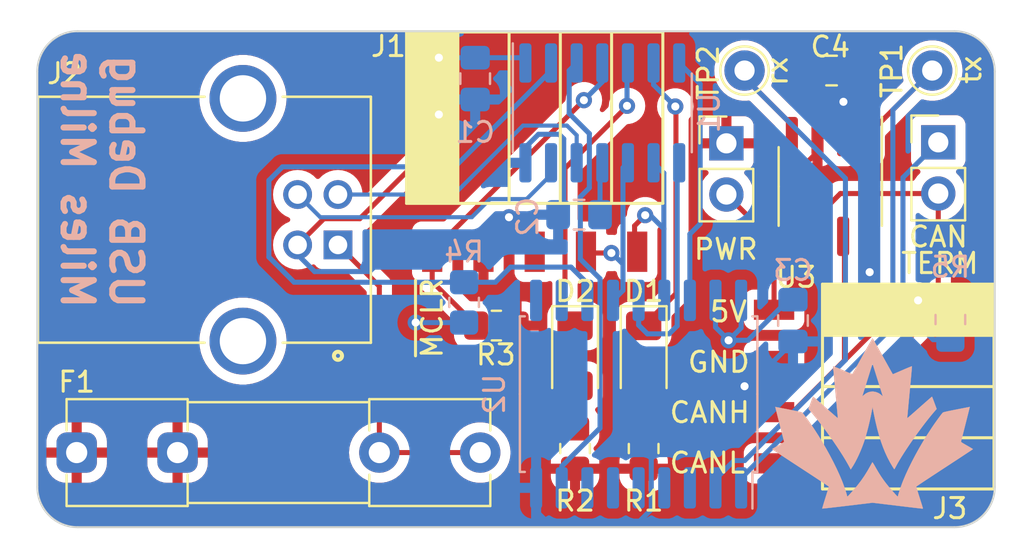
<source format=kicad_pcb>
(kicad_pcb (version 20221018) (generator pcbnew)
  (layers (0 "F.Cu" signal) (31 "B.Cu" signal) (34 "B.Paste" user) (35 "F.Paste" user) (36 "B.SilkS" user "B.Silkscreen") (37 "F.SilkS" user "F.Silkscreen") (38 "B.Mask" user) (39 "F.Mask" user) (44 "Edge.Cuts" user))
  (net 0 "")
  (net 1 "+5V")
  (net 2 "GND")
  (net 3 "Net-(U1-VUSB3V3)")
  (net 4 "Net-(D1-K)")
  (net 5 "Net-(D1-A)")
  (net 6 "Net-(D2-K)")
  (net 7 "Net-(D2-A)")
  (net 8 "Net-(J2-VBUS)")
  (net 9 "/~{MCLR}")
  (net 10 "/ICSPDAT")
  (net 11 "/ICSPCLK")
  (net 12 "/USB_D-")
  (net 13 "/USB_D+")
  (net 14 "Net-(J3-Pin_1)")
  (net 15 "Net-(J3-Pin_3)")
  (net 16 "Net-(J3-Pin_4)")
  (net 17 "Net-(JP1-A)")
  (net 18 "/CAN_INT")
  (net 19 "Net-(U2-TXCAN)")
  (net 20 "Net-(U2-RXCAN)")
  (net 21 "/CLKOUT")
  (net 22 "/CS")
  (net 23 "/MOSI")
  (footprint "TestPoint:TestPoint_THTPad_D2.0mm_Drill1.0mm" (layer "F.Cu") (at 144.4 76.25 -90)
    (fp_text reference "TP2" (at 0.1 1.8 90) (layer "F.SilkS"))
    (fp_text value "TestPoint")
    (pad "1" thru_hole circle (at 0 0 270) (size 2 2) (drill 1) (layers "*.Cu" "*.Mask") (net 20 "Net-(U2-RXCAN)"))
  )
  (footprint "Capacitor_SMD:C_0805_2012Metric_Pad1.18x1.45mm_HandSolder" (layer "F.Cu") (at 148.7125 76.25)
    (fp_text reference "C4" hide)
    (fp_text value "10u")
    (pad "1" smd roundrect (at -1.0375 0) (size 1.175 1.45) (layers "F.Cu" "F.Paste" "F.Mask") (roundrect_rratio 0.212766) (net 1 "+5V"))
    (pad "2" smd roundrect (at 1.0375 0) (size 1.175 1.45) (layers "F.Cu" "F.Paste" "F.Mask") (roundrect_rratio 0.212766) (net 2 "GND"))
  )
  (footprint "canhw_footprints:PinSocket_4x2.54_SMD_90deg_952-3198-1-ND" (layer "F.Cu") (at 145.8625 88.115 -90)
    (fp_text reference "J3" (at 9.86 -8.7125 -180) (layer "F.SilkS"))
    (fp_text value "BUS CONN")
    (pad "1" smd rect (at 0 0 270) (size 1 2) (layers "F.Cu" "F.Paste" "F.Mask") (net 14 "Net-(J3-Pin_1)"))
    (pad "2" smd rect (at 2.54 0 270) (size 1 2) (layers "F.Cu" "F.Paste" "F.Mask") (net 2 "GND"))
    (pad "3" smd rect (at 5.08 0 270) (size 1 2) (layers "F.Cu" "F.Paste" "F.Mask") (net 15 "Net-(J3-Pin_3)"))
    (pad "4" smd rect (at 7.62 0 270) (size 1 2) (layers "F.Cu" "F.Paste" "F.Mask") (net 16 "Net-(J3-Pin_4)"))
  )
  (footprint "Resistor_SMD:R_0805_2012Metric_Pad1.20x1.40mm_HandSolder" (layer "F.Cu") (at 139.4 95 -90)
    (fp_text reference "R1" (at 2.6 0) (layer "F.SilkS"))
    (fp_text value "330R")
    (pad "1" smd roundrect (at -1 0 270) (size 1.2 1.4) (layers "F.Cu" "F.Paste" "F.Mask") (roundrect_rratio 0.208333) (net 5 "Net-(D1-A)"))
    (pad "2" smd roundrect (at 1 0 270) (size 1.2 1.4) (layers "F.Cu" "F.Paste" "F.Mask") (roundrect_rratio 0.208333) (net 1 "+5V"))
  )
  (footprint "TestPoint:TestPoint_THTPad_D2.0mm_Drill1.0mm" (layer "F.Cu") (at 153.7 76.25 90)
    (fp_text reference "TP1" (at 0 -2 270) (layer "F.SilkS"))
    (fp_text value "TestPoint")
    (pad "1" thru_hole circle (at 0 0 90) (size 2 2) (drill 1) (layers "*.Cu" "*.Mask") (net 19 "Net-(U2-TXCAN)"))
  )
  (footprint "LED_SMD:LED_1206_3216Metric_Pad1.42x1.75mm_HandSolder" (layer "F.Cu") (at 139.4 90.4 -90)
    (fp_text reference "D1" (at -3.2 0) (layer "F.SilkS"))
    (fp_text value "GREEN")
    (pad "1" smd roundrect (at -1.4875 0 270) (size 1.425 1.75) (layers "F.Cu" "F.Paste" "F.Mask") (roundrect_rratio 0.175439) (net 4 "Net-(D1-K)"))
    (pad "2" smd roundrect (at 1.4875 0 270) (size 1.425 1.75) (layers "F.Cu" "F.Paste" "F.Mask") (roundrect_rratio 0.175439) (net 5 "Net-(D1-A)"))
  )
  (footprint "LED_SMD:LED_1206_3216Metric_Pad1.42x1.75mm_HandSolder" (layer "F.Cu") (at 136 90.4 -90)
    (fp_text reference "D2" (at -3.2 0) (layer "F.SilkS"))
    (fp_text value "RED")
    (pad "1" smd roundrect (at -1.4875 0 270) (size 1.425 1.75) (layers "F.Cu" "F.Paste" "F.Mask") (roundrect_rratio 0.175439) (net 6 "Net-(D2-K)"))
    (pad "2" smd roundrect (at 1.4875 0 270) (size 1.425 1.75) (layers "F.Cu" "F.Paste" "F.Mask") (roundrect_rratio 0.175439) (net 7 "Net-(D2-A)"))
  )
  (footprint "Fuse:Fuseholder_Clip-5x20mm_Littelfuse_111_Inline_P20.00x5.00mm_D1.05mm_Horizontal" (layer "F.Cu") (at 111.3 95.2)
    (fp_text reference "F1" (at 0 -3.5) (layer "F.SilkS"))
    (fp_text value "400mA")
    (pad "1" thru_hole roundrect (at 0 0) (size 2 2) (drill 1.05) (layers "*.Cu" "*.Mask") (net 1 "+5V"))
    (pad "1" thru_hole roundrect (at 5 0) (size 2 2) (drill 1.05) (layers "*.Cu" "*.Mask") (net 1 "+5V"))
    (pad "2" thru_hole circle (at 15 0) (size 2 2) (drill 1.05) (layers "*.Cu" "*.Mask") (net 8 "Net-(J2-VBUS)"))
    (pad "2" thru_hole circle (at 20 0) (size 2 2) (drill 1.05) (layers "*.Cu" "*.Mask") (net 8 "Net-(J2-VBUS)"))
  )
  (footprint "canhw_footprints:CUI_UJ2-BH-1-TH" (layer "F.Cu") (at 124.25 84.9 -90)
    (fp_text reference "J2" (at -8.5 13.55) (layer "F.SilkS") (effects (font (size 1.000598 1.000598))))
    (fp_text value "USB_B")
    (pad "1" thru_hole rect (at 0 0 270) (size 1.428 1.428) (drill 0.92) (layers "*.Cu" "*.Mask") (net 8 "Net-(J2-VBUS)"))
    (pad "2" thru_hole circle (at -2.5 0 270) (size 1.428 1.428) (drill 0.92) (layers "*.Cu" "*.Mask") (net 12 "/USB_D-"))
    (pad "3" thru_hole circle (at -2.5 2 270) (size 1.428 1.428) (drill 0.92) (layers "*.Cu" "*.Mask") (net 13 "/USB_D+"))
    (pad "4" thru_hole circle (at 0 2 270) (size 1.428 1.428) (drill 0.92) (layers "*.Cu" "*.Mask") (net 2 "GND"))
    (pad "SH1" thru_hole circle (at -7.27 4.71 270) (size 3.316 3.316) (drill 2.3) (layers "*.Cu" "*.Mask"))
    (pad "SH2" thru_hole circle (at 4.77 4.71 270) (size 3.316 3.316) (drill 2.3) (layers "*.Cu" "*.Mask"))
  )
  (footprint "Resistor_SMD:R_0805_2012Metric_Pad1.20x1.40mm_HandSolder" (layer "F.Cu") (at 136 95 90)
    (fp_text reference "R2" (at -2.6 0 180) (layer "F.SilkS"))
    (fp_text value "330R")
    (pad "1" smd roundrect (at -1 0 90) (size 1.2 1.4) (layers "F.Cu" "F.Paste" "F.Mask") (roundrect_rratio 0.208333) (net 1 "+5V"))
    (pad "2" smd roundrect (at 1 0 90) (size 1.2 1.4) (layers "F.Cu" "F.Paste" "F.Mask") (roundrect_rratio 0.208333) (net 7 "Net-(D2-A)"))
  )
  (footprint "Connector_PinHeader_2.54mm:PinHeader_1x02_P2.54mm_Vertical" (layer "F.Cu") (at 143.5 79.86)
    (fp_text reference "JP2" hide)
    (fp_text value "Jumper")
    (pad "1" thru_hole rect (at 0 0) (size 1.7 1.7) (drill 1) (layers "*.Cu" "*.Mask") (net 1 "+5V"))
    (pad "2" thru_hole oval (at 0 2.54) (size 1.7 1.7) (drill 1) (layers "*.Cu" "*.Mask") (net 14 "Net-(J3-Pin_1)"))
  )
  (footprint "canhw_footprints:PinSocket_5x2.54_SMD_90deg_952-3198-1-ND" (layer "F.Cu") (at 128.92 85.2375)
    (fp_text reference "J1" (at -2.17 -10.1875) (layer "F.SilkS"))
    (fp_text value "Programming Header")
    (pad "1" smd rect (at 0 0) (size 1 2) (layers "F.Cu" "F.Paste" "F.Mask") (net 9 "/~{MCLR}"))
    (pad "2" smd rect (at 2.54 0) (size 1 2) (layers "F.Cu" "F.Paste" "F.Mask") (net 1 "+5V"))
    (pad "3" smd rect (at 5.08 0) (size 1 2) (layers "F.Cu" "F.Paste" "F.Mask") (net 2 "GND"))
    (pad "4" smd rect (at 7.62 0) (size 1 2) (layers "F.Cu" "F.Paste" "F.Mask") (net 10 "/ICSPDAT"))
    (pad "5" smd rect (at 10.16 0) (size 1 2) (layers "F.Cu" "F.Paste" "F.Mask") (net 11 "/ICSPCLK"))
  )
  (footprint "Package_SO:SOIC-8_3.9x4.9mm_P1.27mm" (layer "F.Cu") (at 148.65 82 -90)
    (fp_text reference "U3" (at 4.5 1.7 -180) (layer "F.SilkS"))
    (fp_text value "MCP2562")
    (pad "1" smd roundrect (at -2.475 -1.905 270) (size 1.95 0.6) (layers "F.Cu" "F.Paste" "F.Mask") (net 19 "Net-(U2-TXCAN)"))
    (pad "2" smd roundrect (at -2.475 -0.635 270) (size 1.95 0.6) (layers "F.Cu" "F.Paste" "F.Mask") (net 2 "GND"))
    (pad "3" smd roundrect (at -2.475 0.635 270) (size 1.95 0.6) (layers "F.Cu" "F.Paste" "F.Mask") (net 1 "+5V"))
    (pad "4" smd roundrect (at -2.475 1.905 270) (size 1.95 0.6) (layers "F.Cu" "F.Paste" "F.Mask") (net 20 "Net-(U2-RXCAN)"))
    (pad "5" smd roundrect (at 2.475 1.905 270) (size 1.95 0.6) (layers "F.Cu" "F.Paste" "F.Mask") (net 1 "+5V"))
    (pad "6" smd roundrect (at 2.475 0.635 270) (size 1.95 0.6) (layers "F.Cu" "F.Paste" "F.Mask") (net 16 "Net-(J3-Pin_4)"))
    (pad "7" smd roundrect (at 2.475 -0.635 270) (size 1.95 0.6) (layers "F.Cu" "F.Paste" "F.Mask") (net 15 "Net-(J3-Pin_3)"))
    (pad "8" smd roundrect (at 2.475 -1.905 270) (size 1.95 0.6) (layers "F.Cu" "F.Paste" "F.Mask") (net 2 "GND"))
  )
  (footprint "Resistor_SMD:R_0805_2012Metric_Pad1.20x1.40mm_HandSolder" (layer "F.Cu") (at 132.1 88.9 180)
    (fp_text reference "R3" (at 0.025 -1.45 180) (layer "F.SilkS"))
    (fp_text value "10k")
    (pad "1" smd roundrect (at -1 0 180) (size 1.2 1.4) (layers "F.Cu" "F.Paste" "F.Mask") (roundrect_rratio 0.208333) (net 1 "+5V"))
    (pad "2" smd roundrect (at 1 0 180) (size 1.2 1.4) (layers "F.Cu" "F.Paste" "F.Mask") (roundrect_rratio 0.208333) (net 9 "/~{MCLR}"))
  )
  (footprint "Connector_PinHeader_2.54mm:PinHeader_1x02_P2.54mm_Vertical" (layer "F.Cu") (at 154 79.81)
    (fp_text reference "CAN" (at 0 4.69) (layer "F.SilkS"))
    (fp_text value "Jumper")
    (pad "1" thru_hole rect (at 0 0) (size 1.7 1.7) (drill 1) (layers "*.Cu" "*.Mask") (net 17 "Net-(JP1-A)"))
    (pad "2" thru_hole oval (at 0 2.54) (size 1.7 1.7) (drill 1) (layers "*.Cu" "*.Mask") (net 16 "Net-(J3-Pin_4)"))
  )
  (footprint "Resistor_SMD:R_0805_2012Metric_Pad1.20x1.40mm_HandSolder" (layer "B.Cu") (at 130.5 87.75 90)
    (fp_text reference "R4" (at 2.5 0) (layer "B.SilkS") (effects (justify mirror)))
    (fp_text value "10k")
    (pad "1" smd roundrect (at -1 0 90) (size 1.2 1.4) (layers "B.Cu" "B.Paste" "B.Mask") (roundrect_rratio 0.208333) (net 1 "+5V"))
    (pad "2" smd roundrect (at 1 0 90) (size 1.2 1.4) (layers "B.Cu" "B.Paste" "B.Mask") (roundrect_rratio 0.208333) (net 18 "/CAN_INT"))
  )
  (footprint "Capacitor_SMD:C_0805_2012Metric_Pad1.18x1.45mm_HandSolder" (layer "B.Cu") (at 131.05 76.65 -90)
    (fp_text reference "C1" (at 2.6625 0) (layer "B.SilkS") (effects (justify mirror)))
    (fp_text value "0.1u")
    (pad "1" smd roundrect (at -1.0375 0 270) (size 1.175 1.45) (layers "B.Cu" "B.Paste" "B.Mask") (roundrect_rratio 0.212766) (net 1 "+5V"))
    (pad "2" smd roundrect (at 1.0375 0 270) (size 1.175 1.45) (layers "B.Cu" "B.Paste" "B.Mask") (roundrect_rratio 0.212766) (net 2 "GND"))
  )
  (footprint "Capacitor_SMD:C_0805_2012Metric_Pad1.18x1.45mm_HandSolder" (layer "B.Cu") (at 146.8 88.65 -90)
    (fp_text reference "C3" (at -2.4875 0) (layer "B.SilkS") (effects (justify mirror)))
    (fp_text value "0.1u")
    (pad "1" smd roundrect (at -1.0375 0 270) (size 1.175 1.45) (layers "B.Cu" "B.Paste" "B.Mask") (roundrect_rratio 0.212766) (net 1 "+5V"))
    (pad "2" smd roundrect (at 1.0375 0 270) (size 1.175 1.45) (layers "B.Cu" "B.Paste" "B.Mask") (roundrect_rratio 0.212766) (net 2 "GND"))
  )
  (footprint "Package_SO:SOIC-14_3.9x8.7mm_P1.27mm" (layer "B.Cu") (at 137.35 78.35 -90)
    (fp_text reference "U1" (at 0 -5.3 -90) (layer "B.SilkS") (effects (justify mirror)))
    (fp_text value "PIC16F1455")
    (pad "1" smd roundrect (at -2.475 3.81 270) (size 1.95 0.6) (layers "B.Cu" "B.Paste" "B.Mask") (net 1 "+5V"))
    (pad "2" smd roundrect (at -2.475 2.54 270) (size 1.95 0.6) (layers "B.Cu" "B.Paste" "B.Mask") (net 18 "/CAN_INT"))
    (pad "3" smd roundrect (at -2.475 1.27 270) (size 1.95 0.6) (layers "B.Cu" "B.Paste" "B.Mask") (net 21 "/CLKOUT"))
    (pad "4" smd roundrect (at -2.475 0 270) (size 1.95 0.6) (layers "B.Cu" "B.Paste" "B.Mask") (net 9 "/~{MCLR}"))
    (pad "5" smd roundrect (at -2.475 -1.27 270) (size 1.95 0.6) (layers "B.Cu" "B.Paste" "B.Mask") (net 6 "Net-(D2-K)"))
    (pad "6" smd roundrect (at -2.475 -2.54 270) (size 1.95 0.6) (layers "B.Cu" "B.Paste" "B.Mask") (net 4 "Net-(D1-K)"))
    (pad "7" smd roundrect (at -2.475 -3.81 270) (size 1.95 0.6) (layers "B.Cu" "B.Paste" "B.Mask") (net 22 "/CS"))
    (pad "8" smd roundrect (at 2.475 -3.81 270) (size 1.95 0.6) (layers "B.Cu" "B.Paste" "B.Mask") (net 23 "/MOSI"))
    (pad "9" smd roundrect (at 2.475 -2.54 270) (size 1.95 0.6) (layers "B.Cu" "B.Paste" "B.Mask") (net 11 "/ICSPCLK"))
    (pad "10" smd roundrect (at 2.475 -1.27 270) (size 1.95 0.6) (layers "B.Cu" "B.Paste" "B.Mask") (net 10 "/ICSPDAT"))
    (pad "11" smd roundrect (at 2.475 0 270) (size 1.95 0.6) (layers "B.Cu" "B.Paste" "B.Mask") (net 3 "Net-(U1-VUSB3V3)"))
    (pad "12" smd roundrect (at 2.475 1.27 270) (size 1.95 0.6) (layers "B.Cu" "B.Paste" "B.Mask") (net 12 "/USB_D-"))
    (pad "13" smd roundrect (at 2.475 2.54 270) (size 1.95 0.6) (layers "B.Cu" "B.Paste" "B.Mask") (net 13 "/USB_D+"))
    (pad "14" smd roundrect (at 2.475 3.81 270) (size 1.95 0.6) (layers "B.Cu" "B.Paste" "B.Mask") (net 2 "GND"))
  )
  (footprint "Resistor_SMD:R_0805_2012Metric_Pad1.20x1.40mm_HandSolder" (layer "B.Cu") (at 154.6 88.6 90)
    (fp_text reference "R5" (at 2.6 0) (layer "B.SilkS") (effects (justify mirror)))
    (fp_text value "120R")
    (pad "1" smd roundrect (at -1 0 90) (size 1.2 1.4) (layers "B.Cu" "B.Paste" "B.Mask") (roundrect_rratio 0.208333) (net 17 "Net-(JP1-A)"))
    (pad "2" smd roundrect (at 1 0 90) (size 1.2 1.4) (layers "B.Cu" "B.Paste" "B.Mask") (roundrect_rratio 0.208333) (net 15 "Net-(J3-Pin_3)"))
  )
  (footprint "Capacitor_SMD:C_0805_2012Metric_Pad1.18x1.45mm_HandSolder" (layer "B.Cu") (at 136.2 83.4 180)
    (fp_text reference "C2" (at 2.55 -0.1 90) (layer "B.SilkS") (effects (justify mirror)))
    (fp_text value "0.1u")
    (pad "1" smd roundrect (at -1.0375 0 180) (size 1.175 1.45) (layers "B.Cu" "B.Paste" "B.Mask") (roundrect_rratio 0.212766) (net 3 "Net-(U1-VUSB3V3)"))
    (pad "2" smd roundrect (at 1.0375 0 180) (size 1.175 1.45) (layers "B.Cu" "B.Paste" "B.Mask") (roundrect_rratio 0.212766) (net 2 "GND"))
  )
  (footprint "team_logo:Logo_SilkScreen_10mm" (layer "B.Cu") (at 150.75 93.75 180)
    (fp_text reference "G***" hide)
    (fp_text value "LOGO" hide)
  )
  (footprint "Package_SO:SOIC-18W_7.5x11.6mm_P1.27mm" (layer "B.Cu") (at 139.15 92.3 90)
    (fp_text reference "U2" (at 0 -7.15 270) (layer "B.SilkS") (effects (justify mirror)))
    (fp_text value "MCP2515")
    (pad "1" smd roundrect (at -4.65 5.08 90) (size 2.05 0.6) (layers "B.Cu" "B.Paste" "B.Mask") (net 19 "Net-(U2-TXCAN)"))
    (pad "2" smd roundrect (at -4.65 3.81 90) (size 2.05 0.6) (layers "B.Cu" "B.Paste" "B.Mask") (net 20 "Net-(U2-RXCAN)"))
    (pad "3" smd roundrect (at -4.65 2.54 90) (size 2.05 0.6) (layers "B.Cu" "B.Paste" "B.Mask"))
    (pad "4" smd roundrect (at -4.65 1.27 90) (size 2.05 0.6) (layers "B.Cu" "B.Paste" "B.Mask"))
    (pad "5" smd roundrect (at -4.65 0 90) (size 2.05 0.6) (layers "B.Cu" "B.Paste" "B.Mask"))
    (pad "6" smd roundrect (at -4.65 -1.27 90) (size 2.05 0.6) (layers "B.Cu" "B.Paste" "B.Mask"))
    (pad "7" smd roundrect (at -4.65 -2.54 90) (size 2.05 0.6) (layers "B.Cu" "B.Paste" "B.Mask"))
    (pad "8" smd roundrect (at -4.65 -3.81 90) (size 2.05 0.6) (layers "B.Cu" "B.Paste" "B.Mask") (net 21 "/CLKOUT"))
    (pad "9" smd roundrect (at -4.65 -5.08 90) (size 2.05 0.6) (layers "B.Cu" "B.Paste" "B.Mask") (net 2 "GND"))
    (pad "10" smd roundrect (at 4.65 -5.08 90) (size 2.05 0.6) (layers "B.Cu" "B.Paste" "B.Mask"))
    (pad "11" smd roundrect (at 4.65 -3.81 90) (size 2.05 0.6) (layers "B.Cu" "B.Paste" "B.Mask"))
    (pad "12" smd roundrect (at 4.65 -2.54 90) (size 2.05 0.6) (layers "B.Cu" "B.Paste" "B.Mask") (net 18 "/CAN_INT"))
    (pad "13" smd roundrect (at 4.65 -1.27 90) (size 2.05 0.6) (layers "B.Cu" "B.Paste" "B.Mask") (net 10 "/ICSPDAT"))
    (pad "14" smd roundrect (at 4.65 0 90) (size 2.05 0.6) (layers "B.Cu" "B.Paste" "B.Mask") (net 23 "/MOSI"))
    (pad "15" smd roundrect (at 4.65 1.27 90) (size 2.05 0.6) (layers "B.Cu" "B.Paste" "B.Mask") (net 11 "/ICSPCLK"))
    (pad "16" smd roundrect (at 4.65 2.54 90) (size 2.05 0.6) (layers "B.Cu" "B.Paste" "B.Mask") (net 22 "/CS"))
    (pad "17" smd roundrect (at 4.65 3.81 90) (size 2.05 0.6) (layers "B.Cu" "B.Paste" "B.Mask") (net 1 "+5V"))
    (pad "18" smd roundrect (at 4.65 5.08 90) (size 2.05 0.6) (layers "B.Cu" "B.Paste" "B.Mask") (net 1 "+5V"))
  )
  (gr_line (start 124.25 90.4) (end 124.25 90.4) (stroke (width 0.2)) (layer "F.Cu"))
  (gr_arc (start 111.35 98.9) (mid 109.935786 98.314214) (end 109.35 96.9) (stroke (width 0.1)) (layer "Edge.Cuts"))
  (gr_line (start 156.8 96.9) (end 156.8 76.3) (stroke (width 0.1)) (layer "Edge.Cuts"))
  (gr_line (start 154.8 98.9) (end 111.35 98.9) (stroke (width 0.1)) (layer "Edge.Cuts"))
  (gr_line (start 154.8 74.3) (end 111.35 74.3) (stroke (width 0.1)) (layer "Edge.Cuts"))
  (gr_arc (start 109.35 76.3) (mid 109.935786 74.885786) (end 111.35 74.3) (stroke (width 0.1)) (layer "Edge.Cuts"))
  (gr_line (start 109.35 96.9) (end 109.35 76.3) (stroke (width 0.1)) (layer "Edge.Cuts"))
  (gr_arc (start 154.8 74.3) (mid 156.214214 74.885786) (end 156.8 76.3) (stroke (width 0.1)) (layer "Edge.Cuts"))
  (gr_arc (start 156.8 96.9) (mid 156.214214 98.314214) (end 154.8 98.9) (stroke (width 0.1)) (layer "Edge.Cuts"))
  (gr_text "USB Debug\nMiles Milne" (at 110.45 88.2 -90) (layer "B.SilkS") (effects (font (size 1.5 1.5) (thickness 0.3) bold) (justify left bottom mirror)))
  (gr_text "C4" (at 148.65 75.075) (layer "F.SilkS") (effects (font (size 1 1))))
  (gr_text "5V" (at 142.6 88.8) (layer "F.SilkS") (effects (font (size 1 1)) (justify left bottom)))
  (gr_text "CANH" (at 140.6 93.8) (layer "F.SilkS") (effects (font (size 1 1)) (justify left bottom)))
  (gr_text "tx\n" (at 156.2 77 90) (layer "F.SilkS") (effects (font (size 1 1)) (justify left bottom)))
  (gr_text "TERM" (at 152.075 86.4) (layer "F.SilkS") (effects (font (size 1 1)) (justify left bottom)))
  (gr_text "rx" (at 146.6 77.1 90) (layer "F.SilkS") (effects (font (size 1 1)) (justify left bottom)))
  (gr_text "CANL\n" (at 140.6 96.3) (layer "F.SilkS") (effects (font (size 1 1)) (justify left bottom)))
  (gr_text "GND\n" (at 141.5 91.3) (layer "F.SilkS") (effects (font (size 1 1)) (justify left bottom)))
  (gr_text "PWR" (at 141.8 85.7) (layer "F.SilkS") (effects (font (size 1 1)) (justify left bottom)))
  (gr_text "~{MCLR}" (at 129.5 90.6 90) (layer "F.SilkS") (effects (font (size 1 1)) (justify left bottom)))
  (segment (start 143.5 79.86) (end 144.96 79.86) (width 0.25) (layer "F.Cu") (net 1))
  (segment (start 146.3 81.2) (end 147.1 81.2) (width 0.25) (layer "F.Cu") (net 1))
  (segment (start 148.015 79.525) (end 148.015 76.59) (width 0.25) (layer "F.Cu") (net 1))
  (segment (start 148.015 80.285) (end 148.015 79.525) (width 0.25) (layer "F.Cu") (net 1))
  (segment (start 148.015 76.59) (end 147.675 76.25) (width 0.25) (layer "F.Cu") (net 1))
  (segment (start 147.1 81.2) (end 148.015 80.285) (width 0.25) (layer "F.Cu") (net 1))
  (segment (start 144.96 79.86) (end 146.3 81.2) (width 0.25) (layer "F.Cu") (net 1))
  (via (at 143.61 89.63) (size 0.8) (drill 0.4) (layers "F.Cu" "B.Cu") (net 1))
  (via (at 129.25 75.6125) (size 0.8) (drill 0.4) (layers "F.Cu" "B.Cu") (net 1))
  (via (at 128.1 88.75) (size 0.8) (drill 0.4) (layers "F.Cu" "B.Cu") (net 1))
  (segment (start 144.23 89.01) (end 144.23 87.65) (width 0.25) (layer "B.Cu") (net 1))
  (segment (start 144.57 89.63) (end 143.61 89.63) (width 0.25) (layer "B.Cu") (net 1))
  (segment (start 146.8 87.6125) (end 146.5875 87.6125) (width 0.25) (layer "B.Cu") (net 1))
  (segment (start 133.2775 75.6125) (end 131.05 75.6125) (width 0.25) (layer "B.Cu") (net 1))
  (segment (start 130.5 88.75) (end 128.1 88.75) (width 0.25) (layer "B.Cu") (net 1))
  (segment (start 143.61 89.63) (end 144.23 89.01) (width 0.25) (layer "B.Cu") (net 1))
  (segment (start 129.25 75.6125) (end 131.05 75.6125) (width 0.25) (layer "B.Cu") (net 1))
  (segment (start 133.54 75.875) (end 133.2775 75.6125) (width 0.25) (layer "B.Cu") (net 1))
  (segment (start 142.96 88.98) (end 142.96 87.65) (width 0.25) (layer "B.Cu") (net 1))
  (segment (start 146.5875 87.6125) (end 144.57 89.63) (width 0.25) (layer "B.Cu") (net 1))
  (segment (start 143.61 89.63) (end 142.96 88.98) (width 0.25) (layer "B.Cu") (net 1))
  (segment (start 150.6 86.25) (end 150.6 84.52) (width 0.25) (layer "F.Cu") (net 2))
  (segment (start 144.6075 91.91) (end 145.8625 90.655) (width 0.25) (layer "F.Cu") (net 2))
  (segment (start 150.6 84.52) (end 150.555 84.475) (width 0.25) (layer "F.Cu") (net 2))
  (segment (start 123.55 83.6) (end 122.25 84.9) (width 0.25) (layer "F.Cu") (net 2))
  (segment (start 134 85.2375) (end 134 84.8) (width 0.25) (layer "F.Cu") (net 2))
  (segment (start 149.3 77.8) (end 149.75 77.35) (width 0.25) (layer "F.Cu") (net 2))
  (segment (start 144.4 91.91) (end 144.6075 91.91) (width 0.25) (layer "F.Cu") (net 2))
  (segment (start 129.25 79.68) (end 125.33 83.6) (width 0.25) (layer "F.Cu") (net 2))
  (segment (start 134 84.8) (end 132.725 83.525) (width 0.25) (layer "F.Cu") (net 2))
  (segment (start 129.25 78.43) (end 129.25 79.68) (width 0.25) (layer "F.Cu") (net 2))
  (segment (start 149.3 77.8) (end 149.285 77.815) (width 0.25) (layer "F.Cu") (net 2))
  (segment (start 149.75 77.35) (end 149.75 76.25) (width 0.25) (layer "F.Cu") (net 2))
  (segment (start 125.33 83.6) (end 123.55 83.6) (width 0.25) (layer "F.Cu") (net 2))
  (segment (start 149.285 77.815) (end 149.285 79.525) (width 0.25) (layer "F.Cu") (net 2))
  (via (at 129.25 78.43) (size 0.8) (drill 0.4) (layers "F.Cu" "B.Cu") (net 2))
  (via (at 144.4 91.91) (size 0.8) (drill 0.4) (layers "F.Cu" "B.Cu") (net 2))
  (via (at 149.3 77.8) (size 0.8) (drill 0.4) (layers "F.Cu" "B.Cu") (net 2))
  (via (at 132.725 83.525) (size 0.8) (drill 0.4) (layers "F.Cu" "B.Cu") (net 2))
  (via (at 150.6 86.25) (size 0.8) (drill 0.4) (layers "F.Cu" "B.Cu") (net 2))
  (segment (start 135.1625 83.4) (end 132.85 83.4) (width 0.25) (layer "B.Cu") (net 2))
  (segment (start 134.1902 79.4098) (end 133.54 80.06) (width 0.25) (layer "B.Cu") (net 2))
  (segment (start 129.25 78.43) (end 129.9925 77.6875) (width 0.25) (layer "B.Cu") (net 2))
  (segment (start 134.625 98.65) (end 139.151277 98.65) (width 0.25) (layer "B.Cu") (net 2))
  (segment (start 132.85 83.4) (end 132.725 83.525) (width 0.25) (layer "B.Cu") (net 2))
  (segment (start 135.4382 79.6382) (end 135.2098 79.4098) (width 0.25) (layer "B.Cu") (net 2))
  (segment (start 134.07 98.095) (end 134.625 98.65) (width 0.25) (layer "B.Cu") (net 2))
  (segment (start 135.2098 79.4098) (end 134.1902 79.4098) (width 0.25) (layer "B.Cu") (net 2))
  (segment (start 135.4382 83.1243) (end 135.4382 79.6382) (width 0.25) (layer "B.Cu") (net 2))
  (segment (start 144.4 91.91) (end 144.6 91.91) (width 0.25) (layer "B.Cu") (net 2))
  (segment (start 144.6 91.91) (end 146.8 89.71) (width 0.25) (layer "B.Cu") (net 2))
  (segment (start 133.54 80.06) (end 133.54 80.825) (width 0.25) (layer "B.Cu") (net 2))
  (segment (start 134.07 96.95) (end 134.07 98.095) (width 0.25) (layer "B.Cu") (net 2))
  (segment (start 123.09 86.22) (end 122.25 85.38) (width 0.25) (layer "B.Cu") (net 2))
  (segment (start 139.7782 98.023077) (end 139.7782 94.7468) (width 0.25) (layer "B.Cu") (net 2))
  (segment (start 139.7782 94.7468) (end 142.615 91.91) (width 0.25) (layer "B.Cu") (net 2))
  (segment (start 146.8 89.71) (end 146.8 89.6875) (width 0.25) (layer "B.Cu") (net 2))
  (segment (start 132.725 83.525) (end 131.78 84.47) (width 0.25) (layer "B.Cu") (net 2))
  (segment (start 129.9925 77.6875) (end 131.05 77.6875) (width 0.25) (layer "B.Cu") (net 2))
  (segment (start 139.151277 98.65) (end 139.7782 98.023077) (width 0.25) (layer "B.Cu") (net 2))
  (segment (start 142.615 91.91) (end 144.4 91.91) (width 0.25) (layer "B.Cu") (net 2))
  (segment (start 135.1625 83.4) (end 135.4382 83.1243) (width 0.25) (layer "B.Cu") (net 2))
  (segment (start 127.57 84.47) (end 125.82 86.22) (width 0.25) (layer "B.Cu") (net 2))
  (segment (start 122.25 85.38) (end 122.25 84.9) (width 0.25) (layer "B.Cu") (net 2))
  (segment (start 131.78 84.47) (end 127.57 84.47) (width 0.25) (layer "B.Cu") (net 2))
  (segment (start 125.82 86.22) (end 123.09 86.22) (width 0.25) (layer "B.Cu") (net 2))
  (segment (start 137.2375 83.4) (end 137.2375 80.9375) (width 0.25) (layer "B.Cu") (net 3))
  (segment (start 137.2375 80.9375) (end 137.35 80.825) (width 0.25) (layer "B.Cu") (net 3))
  (segment (start 139.4 88.9125) (end 141 87.3125) (width 0.25) (layer "F.Cu") (net 4))
  (segment (start 141 78.0645) (end 140.96775 78.03225) (width 0.25) (layer "F.Cu") (net 4))
  (segment (start 141 87.3125) (end 141 78.0645) (width 0.25) (layer "F.Cu") (net 4))
  (via (at 140.96775 78.03225) (size 0.8) (drill 0.4) (layers "F.Cu" "B.Cu") (net 4))
  (segment (start 139.89 76.9545) (end 139.89 75.875) (width 0.25) (layer "B.Cu") (net 4))
  (segment (start 140.96775 78.03225) (end 139.89 76.9545) (width 0.25) (layer "B.Cu") (net 4))
  (segment (start 139.4 94) (end 139.4 91.8875) (width 0.25) (layer "F.Cu") (net 5))
  (segment (start 135.5 81.1) (end 135.5 88.4125) (width 0.25) (layer "F.Cu") (net 6))
  (segment (start 138.575 78) (end 138.575 78.025) (width 0.25) (layer "F.Cu") (net 6))
  (segment (start 138.575 78.025) (end 135.5 81.1) (width 0.25) (layer "F.Cu") (net 6))
  (segment (start 135.5 88.4125) (end 136 88.9125) (width 0.25) (layer "F.Cu") (net 6))
  (via (at 138.575 78) (size 0.8) (drill 0.4) (layers "F.Cu" "B.Cu") (net 6))
  (segment (start 138.575 75.92) (end 138.62 75.875) (width 0.25) (layer "B.Cu") (net 6))
  (segment (start 138.575 78) (end 138.575 75.92) (width 0.25) (layer "B.Cu") (net 6))
  (segment (start 136 94) (end 136 91.8875) (width 0.25) (layer "F.Cu") (net 7))
  (segment (start 131.3 95.2) (end 126.3 95.2) (width 0.25) (layer "F.Cu") (net 8))
  (segment (start 124.25 84.9) (end 126.3 86.95) (width 0.25) (layer "F.Cu") (net 8))
  (segment (start 126.3 86.95) (end 126.3 95.2) (width 0.25) (layer "F.Cu") (net 8))
  (segment (start 131.1 88.9) (end 128.92 86.72) (width 0.25) (layer "F.Cu") (net 9))
  (segment (start 136.4375 77.72) (end 128.92 85.2375) (width 0.25) (layer "F.Cu") (net 9))
  (segment (start 128.92 86.72) (end 128.92 85.2375) (width 0.25) (layer "F.Cu") (net 9))
  (via (at 136.4375 77.72) (size 0.8) (drill 0.4) (layers "F.Cu" "B.Cu") (net 9))
  (segment (start 137.35 76.8075) (end 137.35 75.875) (width 0.25) (layer "B.Cu") (net 9))
  (segment (start 136.4375 77.72) (end 137.35 76.8075) (width 0.25) (layer "B.Cu") (net 9))
  (segment (start 136.6025 85.3) (end 136.54 85.2375) (width 0.25) (layer "F.Cu") (net 10))
  (segment (start 137.8 85.3) (end 136.6025 85.3) (width 0.25) (layer "F.Cu") (net 10))
  (via (at 137.8 85.3) (size 0.8) (drill 0.4) (layers "F.Cu" "B.Cu") (net 10))
  (segment (start 138.375 85.85) (end 138.375 81.07) (width 0.25) (layer "B.Cu") (net 10))
  (segment (start 138.375 81.07) (end 138.62 80.825) (width 0.25) (layer "B.Cu") (net 10))
  (segment (start 138.375 87.155) (end 138.375 85.85) (width 0.25) (layer "B.Cu") (net 10))
  (segment (start 137.825 85.3) (end 138.375 85.85) (width 0.25) (layer "B.Cu") (net 10))
  (segment (start 137.8 85.3) (end 137.825 85.3) (width 0.25) (layer "B.Cu") (net 10))
  (segment (start 137.88 87.65) (end 138.375 87.155) (width 0.25) (layer "B.Cu") (net 10))
  (segment (start 138.95 83.95) (end 138.95 85.1075) (width 0.25) (layer "F.Cu") (net 11))
  (segment (start 139.475 83.425) (end 138.95 83.95) (width 0.25) (layer "F.Cu") (net 11))
  (segment (start 138.95 85.1075) (end 139.08 85.2375) (width 0.25) (layer "F.Cu") (net 11))
  (via (at 139.475 83.425) (size 0.8) (drill 0.4) (layers "F.Cu" "B.Cu") (net 11))
  (segment (start 139.725 83.425) (end 140.4 84.1) (width 0.25) (layer "B.Cu") (net 11))
  (segment (start 140.42 87.65) (end 140.4 87.63) (width 0.25) (layer "B.Cu") (net 11))
  (segment (start 140.4 81.335) (end 139.89 80.825) (width 0.25) (layer "B.Cu") (net 11))
  (segment (start 139.475 83.425) (end 139.725 83.425) (width 0.25) (layer "B.Cu") (net 11))
  (segment (start 140.4 84.1) (end 140.4 81.335) (width 0.25) (layer "B.Cu") (net 11))
  (segment (start 140.4 87.63) (end 140.4 84.1) (width 0.25) (layer "B.Cu") (net 11))
  (segment (start 133.42 78.98) (end 130 82.4) (width 0.2032) (layer "B.Cu") (net 12))
  (segment (start 135.6 78.98) (end 133.42 78.98) (width 0.2032) (layer "B.Cu") (net 12))
  (segment (start 130 82.4) (end 124.25 82.4) (width 0.2032) (layer "B.Cu") (net 12))
  (segment (start 136.08 79.46) (end 135.6 78.98) (width 0.2032) (layer "B.Cu") (net 12))
  (segment (start 136.08 80.825) (end 136.08 79.46) (width 0.2032) (layer "B.Cu") (net 12))
  (segment (start 134.81 80.825) (end 134.81 81.415) (width 0.2032) (layer "B.Cu") (net 13))
  (segment (start 134.81 81.415) (end 133.6 82.625) (width 0.2032) (layer "B.Cu") (net 13))
  (segment (start 131.781338 82.625) (end 130.881338 83.525) (width 0.2032) (layer "B.Cu") (net 13))
  (segment (start 130.881338 83.525) (end 123.375 83.525) (width 0.2032) (layer "B.Cu") (net 13))
  (segment (start 123.375 83.525) (end 122.25 82.4) (width 0.2032) (layer "B.Cu") (net 13))
  (segment (start 133.6 82.625) (end 131.781338 82.625) (width 0.2032) (layer "B.Cu") (net 13))
  (segment (start 145.8625 88.115) (end 145.8625 84.7625) (width 0.25) (layer "F.Cu") (net 14))
  (segment (start 145.8625 84.7625) (end 143.5 82.4) (width 0.25) (layer "F.Cu") (net 14))
  (segment (start 152.33 87.65) (end 153 87.65) (width 0.25) (layer "F.Cu") (net 15))
  (segment (start 145.8625 93.195) (end 146.785 93.195) (width 0.25) (layer "F.Cu") (net 15))
  (segment (start 149.35 84.54) (end 149.285 84.475) (width 0.25) (layer "F.Cu") (net 15))
  (segment (start 149.35 90.63) (end 149.35 84.54) (width 0.25) (layer "F.Cu") (net 15))
  (segment (start 149.35 90.63) (end 152.33 87.65) (width 0.25) (layer "F.Cu") (net 15))
  (segment (start 146.785 93.195) (end 149.35 90.63) (width 0.25) (layer "F.Cu") (net 15))
  (via (at 153 87.65) (size 0.8) (drill 0.4) (layers "F.Cu" "B.Cu") (net 15))
  (segment (start 154.55 87.65) (end 154.6 87.6) (width 0.25) (layer "B.Cu") (net 15))
  (segment (start 153 87.65) (end 154.55 87.65) (width 0.25) (layer "B.Cu") (net 15))
  (segment (start 148.015 84.475) (end 148.015 83.485) (width 0.25) (layer "F.Cu") (net 16))
  (segment (start 148.015 83.485) (end 149.15 82.35) (width 0.25) (layer "F.Cu") (net 16))
  (segment (start 154 88.09) (end 154 82.35) (width 0.25) (layer "F.Cu") (net 16))
  (segment (start 146.355 95.735) (end 154 88.09) (width 0.25) (layer "F.Cu") (net 16))
  (segment (start 145.8625 95.735) (end 146.355 95.735) (width 0.25) (layer "F.Cu") (net 16))
  (segment (start 149.15 82.35) (end 154 82.35) (width 0.25) (layer "F.Cu") (net 16))
  (segment (start 153.75 89.6) (end 152.25 88.1) (width 0.25) (layer "B.Cu") (net 17))
  (segment (start 154.6 89.6) (end 153.75 89.6) (width 0.25) (layer "B.Cu") (net 17))
  (segment (start 152.25 88.1) (end 152.25 81.56) (width 0.25) (layer "B.Cu") (net 17))
  (segment (start 152.25 81.56) (end 154 79.81) (width 0.25) (layer "B.Cu") (net 17))
  (segment (start 134.81 75.875) (end 134.81 76.256277) (width 0.25) (layer "B.Cu") (net 18))
  (segment (start 132.05 86.75) (end 130.5 86.75) (width 0.25) (layer "B.Cu") (net 18))
  (segment (start 120.825 81.7) (end 120.825 85.5) (width 0.25) (layer "B.Cu") (net 18))
  (segment (start 136.61 87.65) (end 136.61 86.81) (width 0.25) (layer "B.Cu") (net 18))
  (segment (start 122.075 86.75) (end 130.5 86.75) (width 0.25) (layer "B.Cu") (net 18))
  (segment (start 132.8 86) (end 132.05 86.75) (width 0.25) (layer "B.Cu") (net 18))
  (segment (start 135.8 86) (end 132.8 86) (width 0.25) (layer "B.Cu") (net 18))
  (segment (start 136.61 86.81) (end 135.8 86) (width 0.25) (layer "B.Cu") (net 18))
  (segment (start 121.5 81.025) (end 120.825 81.7) (width 0.25) (layer "B.Cu") (net 18))
  (segment (start 130.041277 81.025) (end 121.5 81.025) (width 0.25) (layer "B.Cu") (net 18))
  (segment (start 134.81 76.256277) (end 130.041277 81.025) (width 0.25) (layer "B.Cu") (net 18))
  (segment (start 120.825 85.5) (end 122.075 86.75) (width 0.25) (layer "B.Cu") (net 18))
  (segment (start 150.555 79.525) (end 150.555 79.395) (width 0.25) (layer "F.Cu") (net 19))
  (segment (start 150.555 79.395) (end 153.7 76.25) (width 0.25) (layer "F.Cu") (net 19))
  (segment (start 151.75 88.95) (end 151.75 78.2) (width 0.25) (layer "B.Cu") (net 19))
  (segment (start 144.23 96.95) (end 144.23 96.47) (width 0.25) (layer "B.Cu") (net 19))
  (segment (start 151.75 78.2) (end 153.7 76.25) (width 0.25) (layer "B.Cu") (net 19))
  (segment (start 144.23 96.47) (end 151.75 88.95) (width 0.25) (layer "B.Cu") (net 19))
  (segment (start 146.745 79.525) (end 146.745 78.945) (width 0.25) (layer "F.Cu") (net 20))
  (segment (start 146.745 78.945) (end 143.95 76.15) (width 0.25) (layer "F.Cu") (net 20))
  (segment (start 142.96 96.95) (end 142.96 96.518723) (width 0.25) (layer "B.Cu") (net 20))
  (segment (start 143.881923 95.5968) (end 144.4032 95.5968) (width 0.25) (layer "B.Cu") (net 20))
  (segment (start 149.4 90.6) (end 149.4 81.6) (width 0.25) (layer "B.Cu") (net 20))
  (segment (start 144.4032 95.5968) (end 149.4 90.6) (width 0.25) (layer "B.Cu") (net 20))
  (segment (start 142.96 96.518723) (end 143.881923 95.5968) (width 0.25) (layer "B.Cu") (net 20))
  (segment (start 149.4 81.6) (end 143.95 76.15) (width 0.25) (layer "B.Cu") (net 20))
  (segment (start 137.2382 86.576923) (end 137.2382 93.9818) (width 0.25) (layer "B.Cu") (net 21))
  (segment (start 137.2382 93.9818) (end 135.34 95.88) (width 0.25) (layer "B.Cu") (net 21))
  (segment (start 136.7082 79.3782) (end 136.7082 82.0668) (width 0.25) (layer "B.Cu") (net 21))
  (segment (start 135.7093 76.2457) (end 135.7093 78.3793) (width 0.25) (layer "B.Cu") (net 21))
  (segment (start 136.261923 82.513077) (end 136.261923 85.600646) (width 0.25) (layer "B.Cu") (net 21))
  (segment (start 135.7093 78.3793) (end 136.7082 79.3782) (width 0.25) (layer "B.Cu") (net 21))
  (segment (start 136.08 75.875) (end 135.7093 76.2457) (width 0.25) (layer "B.Cu") (net 21))
  (segment (start 136.7082 82.0668) (end 136.261923 82.513077) (width 0.25) (layer "B.Cu") (net 21))
  (segment (start 135.34 95.88) (end 135.34 96.95) (width 0.25) (layer "B.Cu") (net 21))
  (segment (start 136.261923 85.600646) (end 137.2382 86.576923) (width 0.25) (layer "B.Cu") (net 21))
  (segment (start 142.2 76.915) (end 141.16 75.875) (width 0.25) (layer "B.Cu") (net 22))
  (segment (start 141.69 87.65) (end 141.69 84.36) (width 0.25) (layer "B.Cu") (net 22))
  (segment (start 142.2 83.85) (end 142.2 76.915) (width 0.25) (layer "B.Cu") (net 22))
  (segment (start 141.69 84.36) (end 142.2 83.85) (width 0.25) (layer "B.Cu") (net 22))
  (segment (start 139.15 87.65) (end 139.15 88.875) (width 0.25) (layer "B.Cu") (net 23))
  (segment (start 141.0618 88.9132) (end 141.0618 80.9232) (width 0.25) (layer "B.Cu") (net 23))
  (segment (start 139.15 88.875) (end 139.585 89.31) (width 0.25) (layer "B.Cu") (net 23))
  (segment (start 140.665 89.31) (end 141.0618 88.9132) (width 0.25) (layer "B.Cu") (net 23))
  (segment (start 141.0618 80.9232) (end 141.16 80.825) (width 0.25) (layer "B.Cu") (net 23))
  (segment (start 139.585 89.31) (end 140.665 89.31) (width 0.25) (layer "B.Cu") (net 23))
  (zone (net 1) (net_name "+5V") (layer "F.Cu") (connect_pads (clearance 0.5)) (min_thickness 0.25) (fill yes (thermal_gap 0.5) (thermal_bridge_width 0.5))
    (polygon (pts (xy 107.75 73) (xy 107.5 100.25) (xy 158.25 100.25) (xy 158.25 72.75)))
  )
  (zone (net 2) (net_name "GND") (layer "B.Cu") (priority 1) (connect_pads (clearance 0.5)) (min_thickness 0.25) (fill yes (thermal_gap 0.5) (thermal_bridge_width 0.5))
    (polygon (pts (xy 107.75 73) (xy 107.5 100.25) (xy 158.25 100.25) (xy 158.25 72.75)))
  )
)
</source>
